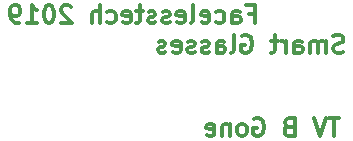
<source format=gbr>
G04 #@! TF.GenerationSoftware,KiCad,Pcbnew,5.0.2+dfsg1-1~bpo9+1*
G04 #@! TF.CreationDate,2019-09-09T18:37:33+01:00*
G04 #@! TF.ProjectId,smart_glasses_tv_b_gone,736d6172-745f-4676-9c61-737365735f74,rev?*
G04 #@! TF.SameCoordinates,Original*
G04 #@! TF.FileFunction,Legend,Bot*
G04 #@! TF.FilePolarity,Positive*
%FSLAX46Y46*%
G04 Gerber Fmt 4.6, Leading zero omitted, Abs format (unit mm)*
G04 Created by KiCad (PCBNEW 5.0.2+dfsg1-1~bpo9+1) date Mon 09 Sep 2019 18:37:33 BST*
%MOMM*%
%LPD*%
G01*
G04 APERTURE LIST*
%ADD10C,0.300000*%
G04 APERTURE END LIST*
D10*
X141499242Y-76375342D02*
X141284957Y-76446771D01*
X140927814Y-76446771D01*
X140784957Y-76375342D01*
X140713528Y-76303914D01*
X140642100Y-76161057D01*
X140642100Y-76018200D01*
X140713528Y-75875342D01*
X140784957Y-75803914D01*
X140927814Y-75732485D01*
X141213528Y-75661057D01*
X141356385Y-75589628D01*
X141427814Y-75518200D01*
X141499242Y-75375342D01*
X141499242Y-75232485D01*
X141427814Y-75089628D01*
X141356385Y-75018200D01*
X141213528Y-74946771D01*
X140856385Y-74946771D01*
X140642100Y-75018200D01*
X139999242Y-76446771D02*
X139999242Y-75446771D01*
X139999242Y-75589628D02*
X139927814Y-75518200D01*
X139784957Y-75446771D01*
X139570671Y-75446771D01*
X139427814Y-75518200D01*
X139356385Y-75661057D01*
X139356385Y-76446771D01*
X139356385Y-75661057D02*
X139284957Y-75518200D01*
X139142100Y-75446771D01*
X138927814Y-75446771D01*
X138784957Y-75518200D01*
X138713528Y-75661057D01*
X138713528Y-76446771D01*
X137356385Y-76446771D02*
X137356385Y-75661057D01*
X137427814Y-75518200D01*
X137570671Y-75446771D01*
X137856385Y-75446771D01*
X137999242Y-75518200D01*
X137356385Y-76375342D02*
X137499242Y-76446771D01*
X137856385Y-76446771D01*
X137999242Y-76375342D01*
X138070671Y-76232485D01*
X138070671Y-76089628D01*
X137999242Y-75946771D01*
X137856385Y-75875342D01*
X137499242Y-75875342D01*
X137356385Y-75803914D01*
X136642100Y-76446771D02*
X136642100Y-75446771D01*
X136642100Y-75732485D02*
X136570671Y-75589628D01*
X136499242Y-75518200D01*
X136356385Y-75446771D01*
X136213528Y-75446771D01*
X135927814Y-75446771D02*
X135356385Y-75446771D01*
X135713528Y-74946771D02*
X135713528Y-76232485D01*
X135642100Y-76375342D01*
X135499242Y-76446771D01*
X135356385Y-76446771D01*
X132927814Y-75018200D02*
X133070671Y-74946771D01*
X133284957Y-74946771D01*
X133499242Y-75018200D01*
X133642100Y-75161057D01*
X133713528Y-75303914D01*
X133784957Y-75589628D01*
X133784957Y-75803914D01*
X133713528Y-76089628D01*
X133642100Y-76232485D01*
X133499242Y-76375342D01*
X133284957Y-76446771D01*
X133142100Y-76446771D01*
X132927814Y-76375342D01*
X132856385Y-76303914D01*
X132856385Y-75803914D01*
X133142100Y-75803914D01*
X131999242Y-76446771D02*
X132142100Y-76375342D01*
X132213528Y-76232485D01*
X132213528Y-74946771D01*
X130784957Y-76446771D02*
X130784957Y-75661057D01*
X130856385Y-75518200D01*
X130999242Y-75446771D01*
X131284957Y-75446771D01*
X131427814Y-75518200D01*
X130784957Y-76375342D02*
X130927814Y-76446771D01*
X131284957Y-76446771D01*
X131427814Y-76375342D01*
X131499242Y-76232485D01*
X131499242Y-76089628D01*
X131427814Y-75946771D01*
X131284957Y-75875342D01*
X130927814Y-75875342D01*
X130784957Y-75803914D01*
X130142100Y-76375342D02*
X129999242Y-76446771D01*
X129713528Y-76446771D01*
X129570671Y-76375342D01*
X129499242Y-76232485D01*
X129499242Y-76161057D01*
X129570671Y-76018200D01*
X129713528Y-75946771D01*
X129927814Y-75946771D01*
X130070671Y-75875342D01*
X130142100Y-75732485D01*
X130142100Y-75661057D01*
X130070671Y-75518200D01*
X129927814Y-75446771D01*
X129713528Y-75446771D01*
X129570671Y-75518200D01*
X128927814Y-76375342D02*
X128784957Y-76446771D01*
X128499242Y-76446771D01*
X128356385Y-76375342D01*
X128284957Y-76232485D01*
X128284957Y-76161057D01*
X128356385Y-76018200D01*
X128499242Y-75946771D01*
X128713528Y-75946771D01*
X128856385Y-75875342D01*
X128927814Y-75732485D01*
X128927814Y-75661057D01*
X128856385Y-75518200D01*
X128713528Y-75446771D01*
X128499242Y-75446771D01*
X128356385Y-75518200D01*
X127070671Y-76375342D02*
X127213528Y-76446771D01*
X127499242Y-76446771D01*
X127642100Y-76375342D01*
X127713528Y-76232485D01*
X127713528Y-75661057D01*
X127642100Y-75518200D01*
X127499242Y-75446771D01*
X127213528Y-75446771D01*
X127070671Y-75518200D01*
X126999242Y-75661057D01*
X126999242Y-75803914D01*
X127713528Y-75946771D01*
X126427814Y-76375342D02*
X126284957Y-76446771D01*
X125999242Y-76446771D01*
X125856385Y-76375342D01*
X125784957Y-76232485D01*
X125784957Y-76161057D01*
X125856385Y-76018200D01*
X125999242Y-75946771D01*
X126213528Y-75946771D01*
X126356385Y-75875342D01*
X126427814Y-75732485D01*
X126427814Y-75661057D01*
X126356385Y-75518200D01*
X126213528Y-75446771D01*
X125999242Y-75446771D01*
X125856385Y-75518200D01*
X141159785Y-81995271D02*
X140302642Y-81995271D01*
X140731214Y-83495271D02*
X140731214Y-81995271D01*
X140016928Y-81995271D02*
X139516928Y-83495271D01*
X139016928Y-81995271D01*
X136874071Y-82709557D02*
X136659785Y-82780985D01*
X136588357Y-82852414D01*
X136516928Y-82995271D01*
X136516928Y-83209557D01*
X136588357Y-83352414D01*
X136659785Y-83423842D01*
X136802642Y-83495271D01*
X137374071Y-83495271D01*
X137374071Y-81995271D01*
X136874071Y-81995271D01*
X136731214Y-82066700D01*
X136659785Y-82138128D01*
X136588357Y-82280985D01*
X136588357Y-82423842D01*
X136659785Y-82566700D01*
X136731214Y-82638128D01*
X136874071Y-82709557D01*
X137374071Y-82709557D01*
X133945500Y-82066700D02*
X134088357Y-81995271D01*
X134302642Y-81995271D01*
X134516928Y-82066700D01*
X134659785Y-82209557D01*
X134731214Y-82352414D01*
X134802642Y-82638128D01*
X134802642Y-82852414D01*
X134731214Y-83138128D01*
X134659785Y-83280985D01*
X134516928Y-83423842D01*
X134302642Y-83495271D01*
X134159785Y-83495271D01*
X133945500Y-83423842D01*
X133874071Y-83352414D01*
X133874071Y-82852414D01*
X134159785Y-82852414D01*
X133016928Y-83495271D02*
X133159785Y-83423842D01*
X133231214Y-83352414D01*
X133302642Y-83209557D01*
X133302642Y-82780985D01*
X133231214Y-82638128D01*
X133159785Y-82566700D01*
X133016928Y-82495271D01*
X132802642Y-82495271D01*
X132659785Y-82566700D01*
X132588357Y-82638128D01*
X132516928Y-82780985D01*
X132516928Y-83209557D01*
X132588357Y-83352414D01*
X132659785Y-83423842D01*
X132802642Y-83495271D01*
X133016928Y-83495271D01*
X131874071Y-82495271D02*
X131874071Y-83495271D01*
X131874071Y-82638128D02*
X131802642Y-82566700D01*
X131659785Y-82495271D01*
X131445500Y-82495271D01*
X131302642Y-82566700D01*
X131231214Y-82709557D01*
X131231214Y-83495271D01*
X129945500Y-83423842D02*
X130088357Y-83495271D01*
X130374071Y-83495271D01*
X130516928Y-83423842D01*
X130588357Y-83280985D01*
X130588357Y-82709557D01*
X130516928Y-82566700D01*
X130374071Y-82495271D01*
X130088357Y-82495271D01*
X129945500Y-82566700D01*
X129874071Y-82709557D01*
X129874071Y-82852414D01*
X130588357Y-82995271D01*
X133506728Y-73159157D02*
X134006728Y-73159157D01*
X134006728Y-73944871D02*
X134006728Y-72444871D01*
X133292442Y-72444871D01*
X132078157Y-73944871D02*
X132078157Y-73159157D01*
X132149585Y-73016300D01*
X132292442Y-72944871D01*
X132578157Y-72944871D01*
X132721014Y-73016300D01*
X132078157Y-73873442D02*
X132221014Y-73944871D01*
X132578157Y-73944871D01*
X132721014Y-73873442D01*
X132792442Y-73730585D01*
X132792442Y-73587728D01*
X132721014Y-73444871D01*
X132578157Y-73373442D01*
X132221014Y-73373442D01*
X132078157Y-73302014D01*
X130721014Y-73873442D02*
X130863871Y-73944871D01*
X131149585Y-73944871D01*
X131292442Y-73873442D01*
X131363871Y-73802014D01*
X131435299Y-73659157D01*
X131435299Y-73230585D01*
X131363871Y-73087728D01*
X131292442Y-73016300D01*
X131149585Y-72944871D01*
X130863871Y-72944871D01*
X130721014Y-73016300D01*
X129506728Y-73873442D02*
X129649585Y-73944871D01*
X129935299Y-73944871D01*
X130078157Y-73873442D01*
X130149585Y-73730585D01*
X130149585Y-73159157D01*
X130078157Y-73016300D01*
X129935299Y-72944871D01*
X129649585Y-72944871D01*
X129506728Y-73016300D01*
X129435299Y-73159157D01*
X129435299Y-73302014D01*
X130149585Y-73444871D01*
X128578157Y-73944871D02*
X128721014Y-73873442D01*
X128792442Y-73730585D01*
X128792442Y-72444871D01*
X127435299Y-73873442D02*
X127578157Y-73944871D01*
X127863871Y-73944871D01*
X128006728Y-73873442D01*
X128078157Y-73730585D01*
X128078157Y-73159157D01*
X128006728Y-73016300D01*
X127863871Y-72944871D01*
X127578157Y-72944871D01*
X127435299Y-73016300D01*
X127363871Y-73159157D01*
X127363871Y-73302014D01*
X128078157Y-73444871D01*
X126792442Y-73873442D02*
X126649585Y-73944871D01*
X126363871Y-73944871D01*
X126221014Y-73873442D01*
X126149585Y-73730585D01*
X126149585Y-73659157D01*
X126221014Y-73516300D01*
X126363871Y-73444871D01*
X126578157Y-73444871D01*
X126721014Y-73373442D01*
X126792442Y-73230585D01*
X126792442Y-73159157D01*
X126721014Y-73016300D01*
X126578157Y-72944871D01*
X126363871Y-72944871D01*
X126221014Y-73016300D01*
X125578157Y-73873442D02*
X125435299Y-73944871D01*
X125149585Y-73944871D01*
X125006728Y-73873442D01*
X124935299Y-73730585D01*
X124935299Y-73659157D01*
X125006728Y-73516300D01*
X125149585Y-73444871D01*
X125363871Y-73444871D01*
X125506728Y-73373442D01*
X125578157Y-73230585D01*
X125578157Y-73159157D01*
X125506728Y-73016300D01*
X125363871Y-72944871D01*
X125149585Y-72944871D01*
X125006728Y-73016300D01*
X124506728Y-72944871D02*
X123935299Y-72944871D01*
X124292442Y-72444871D02*
X124292442Y-73730585D01*
X124221014Y-73873442D01*
X124078157Y-73944871D01*
X123935299Y-73944871D01*
X122863871Y-73873442D02*
X123006728Y-73944871D01*
X123292442Y-73944871D01*
X123435299Y-73873442D01*
X123506728Y-73730585D01*
X123506728Y-73159157D01*
X123435299Y-73016300D01*
X123292442Y-72944871D01*
X123006728Y-72944871D01*
X122863871Y-73016300D01*
X122792442Y-73159157D01*
X122792442Y-73302014D01*
X123506728Y-73444871D01*
X121506728Y-73873442D02*
X121649585Y-73944871D01*
X121935299Y-73944871D01*
X122078157Y-73873442D01*
X122149585Y-73802014D01*
X122221014Y-73659157D01*
X122221014Y-73230585D01*
X122149585Y-73087728D01*
X122078157Y-73016300D01*
X121935299Y-72944871D01*
X121649585Y-72944871D01*
X121506728Y-73016300D01*
X120863871Y-73944871D02*
X120863871Y-72444871D01*
X120221014Y-73944871D02*
X120221014Y-73159157D01*
X120292442Y-73016300D01*
X120435299Y-72944871D01*
X120649585Y-72944871D01*
X120792442Y-73016300D01*
X120863871Y-73087728D01*
X118435299Y-72587728D02*
X118363871Y-72516300D01*
X118221014Y-72444871D01*
X117863871Y-72444871D01*
X117721014Y-72516300D01*
X117649585Y-72587728D01*
X117578157Y-72730585D01*
X117578157Y-72873442D01*
X117649585Y-73087728D01*
X118506728Y-73944871D01*
X117578157Y-73944871D01*
X116649585Y-72444871D02*
X116506728Y-72444871D01*
X116363871Y-72516300D01*
X116292442Y-72587728D01*
X116221014Y-72730585D01*
X116149585Y-73016300D01*
X116149585Y-73373442D01*
X116221014Y-73659157D01*
X116292442Y-73802014D01*
X116363871Y-73873442D01*
X116506728Y-73944871D01*
X116649585Y-73944871D01*
X116792442Y-73873442D01*
X116863871Y-73802014D01*
X116935299Y-73659157D01*
X117006728Y-73373442D01*
X117006728Y-73016300D01*
X116935299Y-72730585D01*
X116863871Y-72587728D01*
X116792442Y-72516300D01*
X116649585Y-72444871D01*
X114721014Y-73944871D02*
X115578157Y-73944871D01*
X115149585Y-73944871D02*
X115149585Y-72444871D01*
X115292442Y-72659157D01*
X115435299Y-72802014D01*
X115578157Y-72873442D01*
X114006728Y-73944871D02*
X113721014Y-73944871D01*
X113578157Y-73873442D01*
X113506728Y-73802014D01*
X113363871Y-73587728D01*
X113292442Y-73302014D01*
X113292442Y-72730585D01*
X113363871Y-72587728D01*
X113435299Y-72516300D01*
X113578157Y-72444871D01*
X113863871Y-72444871D01*
X114006728Y-72516300D01*
X114078157Y-72587728D01*
X114149585Y-72730585D01*
X114149585Y-73087728D01*
X114078157Y-73230585D01*
X114006728Y-73302014D01*
X113863871Y-73373442D01*
X113578157Y-73373442D01*
X113435299Y-73302014D01*
X113363871Y-73230585D01*
X113292442Y-73087728D01*
M02*

</source>
